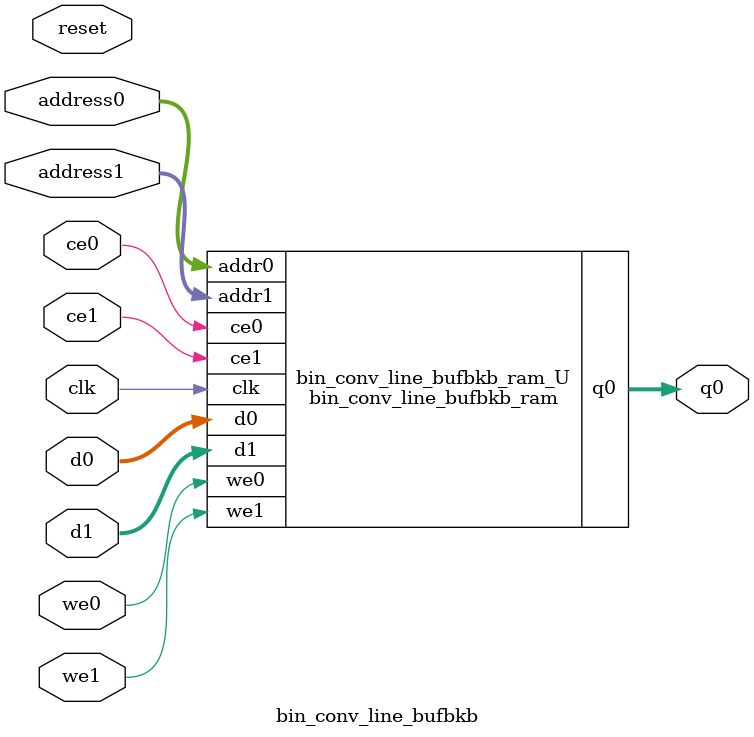
<source format=v>
`timescale 1 ns / 1 ps
module bin_conv_line_bufbkb_ram (addr0, ce0, d0, we0, q0, addr1, ce1, d1, we1,  clk);

parameter DWIDTH = 2;
parameter AWIDTH = 9;
parameter MEM_SIZE = 480;

input[AWIDTH-1:0] addr0;
input ce0;
input[DWIDTH-1:0] d0;
input we0;
output reg[DWIDTH-1:0] q0;
input[AWIDTH-1:0] addr1;
input ce1;
input[DWIDTH-1:0] d1;
input we1;
input clk;

(* ram_style = "block" *)reg [DWIDTH-1:0] ram[0:MEM_SIZE-1];




always @(posedge clk)  
begin 
    if (ce0) 
    begin
        if (we0) 
        begin 
            ram[addr0] <= d0; 
        end 
        q0 <= ram[addr0];
    end
end


always @(posedge clk)  
begin 
    if (ce1) 
    begin
        if (we1) 
        begin 
            ram[addr1] <= d1; 
        end 
    end
end


endmodule

`timescale 1 ns / 1 ps
module bin_conv_line_bufbkb(
    reset,
    clk,
    address0,
    ce0,
    we0,
    d0,
    q0,
    address1,
    ce1,
    we1,
    d1);

parameter DataWidth = 32'd2;
parameter AddressRange = 32'd480;
parameter AddressWidth = 32'd9;
input reset;
input clk;
input[AddressWidth - 1:0] address0;
input ce0;
input we0;
input[DataWidth - 1:0] d0;
output[DataWidth - 1:0] q0;
input[AddressWidth - 1:0] address1;
input ce1;
input we1;
input[DataWidth - 1:0] d1;



bin_conv_line_bufbkb_ram bin_conv_line_bufbkb_ram_U(
    .clk( clk ),
    .addr0( address0 ),
    .ce0( ce0 ),
    .we0( we0 ),
    .d0( d0 ),
    .q0( q0 ),
    .addr1( address1 ),
    .ce1( ce1 ),
    .we1( we1 ),
    .d1( d1 ));

endmodule


</source>
